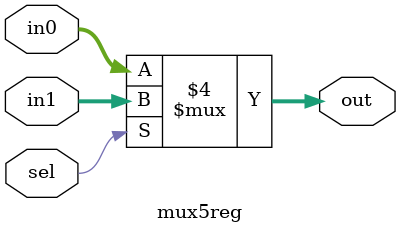
<source format=v>
module mux5reg(out, in0, in1, sel);
    output reg [4:0] out;
    input [4:0] in0;
    input [4:0] in1;
	input sel;    //select which inputs to send out

  	always @(sel or in0 or in1)
    begin
      if (sel==0)
            out = in0;
      else
            out = in1;
    end
endmodule
</source>
